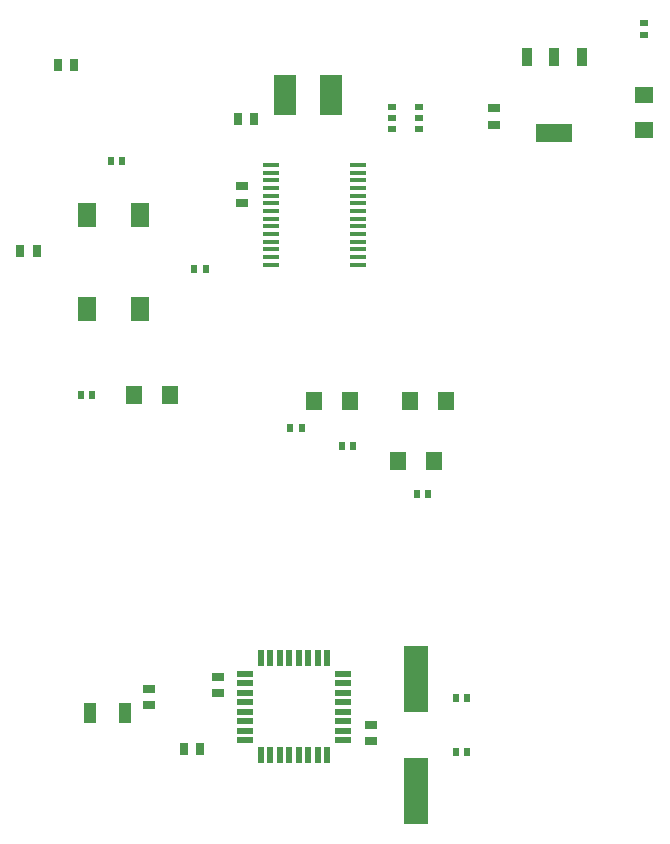
<source format=gtp>
G04*
G04 #@! TF.GenerationSoftware,Altium Limited,Altium Designer,20.1.14 (287)*
G04*
G04 Layer_Color=8421504*
%FSLAX25Y25*%
%MOIN*%
G70*
G04*
G04 #@! TF.SameCoordinates,AE2E9B50-125B-4246-99C6-3B409F254E70*
G04*
G04*
G04 #@! TF.FilePolarity,Positive*
G04*
G01*
G75*
%ADD18R,0.05500X0.01370*%
%ADD19R,0.05800X0.02000*%
%ADD20R,0.02000X0.05800*%
%ADD21R,0.03937X0.02953*%
%ADD22R,0.02362X0.02756*%
%ADD23R,0.08268X0.22047*%
%ADD24R,0.04400X0.07100*%
%ADD25R,0.02756X0.02000*%
%ADD26R,0.02953X0.03937*%
%ADD27R,0.05906X0.07874*%
%ADD28R,0.02756X0.02362*%
%ADD29R,0.03300X0.06300*%
%ADD30R,0.12200X0.06300*%
%ADD31R,0.05500X0.06300*%
%ADD32R,0.06300X0.05500*%
%ADD33R,0.07480X0.13386*%
D18*
X204394Y296634D02*
D03*
Y294075D02*
D03*
Y291516D02*
D03*
Y288957D02*
D03*
Y286398D02*
D03*
Y283839D02*
D03*
Y281279D02*
D03*
Y276161D02*
D03*
Y278720D02*
D03*
Y273602D02*
D03*
Y271043D02*
D03*
Y268484D02*
D03*
Y265925D02*
D03*
Y263366D02*
D03*
X175606Y296634D02*
D03*
Y294075D02*
D03*
Y291516D02*
D03*
Y288957D02*
D03*
Y286398D02*
D03*
Y283839D02*
D03*
Y281279D02*
D03*
Y278720D02*
D03*
Y276161D02*
D03*
Y273602D02*
D03*
Y271043D02*
D03*
Y268484D02*
D03*
Y265925D02*
D03*
Y263366D02*
D03*
D19*
X199393Y105000D02*
D03*
Y108100D02*
D03*
Y111300D02*
D03*
Y114400D02*
D03*
Y117600D02*
D03*
Y120700D02*
D03*
Y123900D02*
D03*
Y127000D02*
D03*
X166993D02*
D03*
Y123900D02*
D03*
Y120700D02*
D03*
Y117600D02*
D03*
Y114400D02*
D03*
Y111300D02*
D03*
Y108100D02*
D03*
Y105000D02*
D03*
D20*
X194193Y132200D02*
D03*
X191093D02*
D03*
X187893D02*
D03*
X184793D02*
D03*
X181593D02*
D03*
X178493D02*
D03*
X175293D02*
D03*
X172193D02*
D03*
Y99800D02*
D03*
X175293D02*
D03*
X178493D02*
D03*
X181593D02*
D03*
X184793D02*
D03*
X187893D02*
D03*
X191093D02*
D03*
X194193D02*
D03*
D21*
X166000Y284000D02*
D03*
Y289512D02*
D03*
X209000Y110000D02*
D03*
Y104488D02*
D03*
X250000Y315512D02*
D03*
Y310000D02*
D03*
X158000Y126000D02*
D03*
Y120488D02*
D03*
X135000Y122000D02*
D03*
Y116488D02*
D03*
D22*
X185937Y209000D02*
D03*
X182000D02*
D03*
X241000Y101000D02*
D03*
X237063D02*
D03*
X241000Y119000D02*
D03*
X237063D02*
D03*
X224063Y187000D02*
D03*
X228000D02*
D03*
X112063Y220000D02*
D03*
X116000D02*
D03*
X199063Y203000D02*
D03*
X203000D02*
D03*
X150000Y262000D02*
D03*
X153937D02*
D03*
X126000Y298000D02*
D03*
X122063D02*
D03*
D23*
X224000Y125402D02*
D03*
Y88000D02*
D03*
D24*
X127000Y114000D02*
D03*
X115200D02*
D03*
D25*
X215846Y316000D02*
D03*
Y312260D02*
D03*
Y308520D02*
D03*
X225000D02*
D03*
Y312260D02*
D03*
Y316000D02*
D03*
D26*
X146488Y102000D02*
D03*
X152000D02*
D03*
X104488Y330000D02*
D03*
X110000D02*
D03*
X164488Y312000D02*
D03*
X170000D02*
D03*
X97512Y268000D02*
D03*
X92000D02*
D03*
D27*
X132000Y248504D02*
D03*
X114284D02*
D03*
X132000Y280000D02*
D03*
X114284D02*
D03*
D28*
X300000Y340000D02*
D03*
Y343937D02*
D03*
D29*
X279100Y332494D02*
D03*
X270000D02*
D03*
X260900D02*
D03*
D30*
X270000Y307294D02*
D03*
D31*
X229800Y198000D02*
D03*
X218000D02*
D03*
X141800Y220000D02*
D03*
X130000D02*
D03*
X201800Y218000D02*
D03*
X190000D02*
D03*
X233800D02*
D03*
X222000D02*
D03*
D32*
X300000Y308200D02*
D03*
Y320000D02*
D03*
D33*
X180323D02*
D03*
X195677D02*
D03*
M02*

</source>
